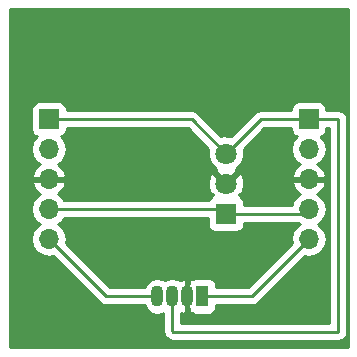
<source format=gbr>
G04 #@! TF.FileFunction,Copper,L2,Bot,Signal*
%FSLAX46Y46*%
G04 Gerber Fmt 4.6, Leading zero omitted, Abs format (unit mm)*
G04 Created by KiCad (PCBNEW 4.0.6-e0-6349~52~ubuntu17.04.1) date Tue Apr 18 18:47:06 2017*
%MOMM*%
%LPD*%
G01*
G04 APERTURE LIST*
%ADD10C,0.100000*%
%ADD11R,1.700000X1.700000*%
%ADD12O,1.700000X1.700000*%
%ADD13R,1.070000X1.800000*%
%ADD14O,1.070000X1.800000*%
%ADD15R,1.800000X1.800000*%
%ADD16C,1.800000*%
%ADD17C,0.250000*%
%ADD18C,0.254000*%
G04 APERTURE END LIST*
D10*
D11*
X94000000Y-80000000D03*
D12*
X94000000Y-82540000D03*
X94000000Y-85080000D03*
X94000000Y-87620000D03*
X94000000Y-90160000D03*
D13*
X107000000Y-95000000D03*
D14*
X105730000Y-95000000D03*
X104460000Y-95000000D03*
X103190000Y-95000000D03*
D11*
X116000000Y-80000000D03*
D12*
X116000000Y-82540000D03*
X116000000Y-85080000D03*
X116000000Y-87620000D03*
X116000000Y-90160000D03*
D15*
X109000000Y-88000000D03*
D16*
X109000000Y-85460000D03*
X109000000Y-82920000D03*
D17*
X104460000Y-95000000D02*
X104460000Y-97960000D01*
X118500000Y-80000000D02*
X116000000Y-80000000D01*
X118500000Y-98000000D02*
X118500000Y-80000000D01*
X104500000Y-98000000D02*
X118500000Y-98000000D01*
X104460000Y-97960000D02*
X104500000Y-98000000D01*
X116000000Y-80000000D02*
X111920000Y-80000000D01*
X111920000Y-80000000D02*
X109000000Y-82920000D01*
X94000000Y-80000000D02*
X106080000Y-80000000D01*
X106080000Y-80000000D02*
X109000000Y-82920000D01*
X109000000Y-88000000D02*
X115620000Y-88000000D01*
X115620000Y-88000000D02*
X116000000Y-87620000D01*
X94000000Y-87620000D02*
X108620000Y-87620000D01*
X108620000Y-87620000D02*
X109000000Y-88000000D01*
X103190000Y-95000000D02*
X98840000Y-95000000D01*
X98840000Y-95000000D02*
X94000000Y-90160000D01*
X107000000Y-95000000D02*
X111160000Y-95000000D01*
X111160000Y-95000000D02*
X116000000Y-90160000D01*
D18*
G36*
X119290000Y-99290000D02*
X90710000Y-99290000D01*
X90710000Y-82540000D01*
X92485907Y-82540000D01*
X92598946Y-83108285D01*
X92920853Y-83590054D01*
X93261553Y-83817702D01*
X93118642Y-83884817D01*
X92728355Y-84313076D01*
X92558524Y-84723110D01*
X92679845Y-84953000D01*
X93873000Y-84953000D01*
X93873000Y-84933000D01*
X94127000Y-84933000D01*
X94127000Y-84953000D01*
X95320155Y-84953000D01*
X95441476Y-84723110D01*
X95271645Y-84313076D01*
X94881358Y-83884817D01*
X94738447Y-83817702D01*
X95079147Y-83590054D01*
X95401054Y-83108285D01*
X95514093Y-82540000D01*
X95401054Y-81971715D01*
X95079147Y-81489946D01*
X95037548Y-81462150D01*
X95085317Y-81453162D01*
X95301441Y-81314090D01*
X95446431Y-81101890D01*
X95497440Y-80850000D01*
X95497440Y-80760000D01*
X105765198Y-80760000D01*
X107510234Y-82505036D01*
X107465267Y-82613330D01*
X107464735Y-83223991D01*
X107697932Y-83788371D01*
X108129357Y-84220551D01*
X108150194Y-84229203D01*
X108099446Y-84379841D01*
X109000000Y-85280395D01*
X109900554Y-84379841D01*
X109849965Y-84229673D01*
X109868371Y-84222068D01*
X110300551Y-83790643D01*
X110534733Y-83226670D01*
X110535265Y-82616009D01*
X110489515Y-82505287D01*
X112234802Y-80760000D01*
X114502560Y-80760000D01*
X114502560Y-80850000D01*
X114546838Y-81085317D01*
X114685910Y-81301441D01*
X114898110Y-81446431D01*
X114965541Y-81460086D01*
X114920853Y-81489946D01*
X114598946Y-81971715D01*
X114485907Y-82540000D01*
X114598946Y-83108285D01*
X114920853Y-83590054D01*
X115261553Y-83817702D01*
X115118642Y-83884817D01*
X114728355Y-84313076D01*
X114558524Y-84723110D01*
X114679845Y-84953000D01*
X115873000Y-84953000D01*
X115873000Y-84933000D01*
X116127000Y-84933000D01*
X116127000Y-84953000D01*
X117320155Y-84953000D01*
X117441476Y-84723110D01*
X117271645Y-84313076D01*
X116881358Y-83884817D01*
X116738447Y-83817702D01*
X117079147Y-83590054D01*
X117401054Y-83108285D01*
X117514093Y-82540000D01*
X117401054Y-81971715D01*
X117079147Y-81489946D01*
X117037548Y-81462150D01*
X117085317Y-81453162D01*
X117301441Y-81314090D01*
X117446431Y-81101890D01*
X117497440Y-80850000D01*
X117497440Y-80760000D01*
X117740000Y-80760000D01*
X117740000Y-97240000D01*
X105220000Y-97240000D01*
X105220000Y-96394137D01*
X105422617Y-96493900D01*
X105603000Y-96368244D01*
X105603000Y-95530810D01*
X105630000Y-95395072D01*
X105630000Y-94604928D01*
X105603000Y-94469190D01*
X105603000Y-93631756D01*
X105422617Y-93506100D01*
X105110766Y-93659646D01*
X104907740Y-93523989D01*
X104460000Y-93434928D01*
X104012260Y-93523989D01*
X103825000Y-93649112D01*
X103637740Y-93523989D01*
X103190000Y-93434928D01*
X102742260Y-93523989D01*
X102362685Y-93777613D01*
X102109061Y-94157188D01*
X102092589Y-94240000D01*
X99154802Y-94240000D01*
X95441210Y-90526408D01*
X95514093Y-90160000D01*
X95401054Y-89591715D01*
X95079147Y-89109946D01*
X94749974Y-88890000D01*
X95079147Y-88670054D01*
X95272954Y-88380000D01*
X107452560Y-88380000D01*
X107452560Y-88900000D01*
X107496838Y-89135317D01*
X107635910Y-89351441D01*
X107848110Y-89496431D01*
X108100000Y-89547440D01*
X109900000Y-89547440D01*
X110135317Y-89503162D01*
X110351441Y-89364090D01*
X110496431Y-89151890D01*
X110547440Y-88900000D01*
X110547440Y-88760000D01*
X115055467Y-88760000D01*
X115250026Y-88890000D01*
X114920853Y-89109946D01*
X114598946Y-89591715D01*
X114485907Y-90160000D01*
X114558790Y-90526408D01*
X110845198Y-94240000D01*
X108182440Y-94240000D01*
X108182440Y-94100000D01*
X108138162Y-93864683D01*
X107999090Y-93648559D01*
X107786890Y-93503569D01*
X107535000Y-93452560D01*
X106465000Y-93452560D01*
X106229683Y-93496838D01*
X106138170Y-93555725D01*
X106037383Y-93506100D01*
X105857000Y-93631756D01*
X105857000Y-93905239D01*
X105817560Y-94100000D01*
X105817560Y-95900000D01*
X105857000Y-96109605D01*
X105857000Y-96368244D01*
X106037383Y-96493900D01*
X106137361Y-96444674D01*
X106213110Y-96496431D01*
X106465000Y-96547440D01*
X107535000Y-96547440D01*
X107770317Y-96503162D01*
X107986441Y-96364090D01*
X108131431Y-96151890D01*
X108182440Y-95900000D01*
X108182440Y-95760000D01*
X111160000Y-95760000D01*
X111450839Y-95702148D01*
X111697401Y-95537401D01*
X115653031Y-91581771D01*
X115970907Y-91645000D01*
X116029093Y-91645000D01*
X116597378Y-91531961D01*
X117079147Y-91210054D01*
X117401054Y-90728285D01*
X117514093Y-90160000D01*
X117401054Y-89591715D01*
X117079147Y-89109946D01*
X116749974Y-88890000D01*
X117079147Y-88670054D01*
X117401054Y-88188285D01*
X117514093Y-87620000D01*
X117401054Y-87051715D01*
X117079147Y-86569946D01*
X116738447Y-86342298D01*
X116881358Y-86275183D01*
X117271645Y-85846924D01*
X117441476Y-85436890D01*
X117320155Y-85207000D01*
X116127000Y-85207000D01*
X116127000Y-85227000D01*
X115873000Y-85227000D01*
X115873000Y-85207000D01*
X114679845Y-85207000D01*
X114558524Y-85436890D01*
X114728355Y-85846924D01*
X115118642Y-86275183D01*
X115261553Y-86342298D01*
X114920853Y-86569946D01*
X114598946Y-87051715D01*
X114561494Y-87240000D01*
X110547440Y-87240000D01*
X110547440Y-87100000D01*
X110503162Y-86864683D01*
X110364090Y-86648559D01*
X110160426Y-86509402D01*
X110194718Y-86475110D01*
X110080161Y-86360553D01*
X110336643Y-86274148D01*
X110546458Y-85700664D01*
X110520839Y-85090540D01*
X110336643Y-84645852D01*
X110080159Y-84559446D01*
X109179605Y-85460000D01*
X109193748Y-85474143D01*
X109014143Y-85653748D01*
X109000000Y-85639605D01*
X108985858Y-85653748D01*
X108806253Y-85474143D01*
X108820395Y-85460000D01*
X107919841Y-84559446D01*
X107663357Y-84645852D01*
X107453542Y-85219336D01*
X107479161Y-85829460D01*
X107663357Y-86274148D01*
X107919839Y-86360553D01*
X107805282Y-86475110D01*
X107841760Y-86511588D01*
X107648559Y-86635910D01*
X107503569Y-86848110D01*
X107501161Y-86860000D01*
X95272954Y-86860000D01*
X95079147Y-86569946D01*
X94738447Y-86342298D01*
X94881358Y-86275183D01*
X95271645Y-85846924D01*
X95441476Y-85436890D01*
X95320155Y-85207000D01*
X94127000Y-85207000D01*
X94127000Y-85227000D01*
X93873000Y-85227000D01*
X93873000Y-85207000D01*
X92679845Y-85207000D01*
X92558524Y-85436890D01*
X92728355Y-85846924D01*
X93118642Y-86275183D01*
X93261553Y-86342298D01*
X92920853Y-86569946D01*
X92598946Y-87051715D01*
X92485907Y-87620000D01*
X92598946Y-88188285D01*
X92920853Y-88670054D01*
X93250026Y-88890000D01*
X92920853Y-89109946D01*
X92598946Y-89591715D01*
X92485907Y-90160000D01*
X92598946Y-90728285D01*
X92920853Y-91210054D01*
X93402622Y-91531961D01*
X93970907Y-91645000D01*
X94029093Y-91645000D01*
X94346969Y-91581771D01*
X98302599Y-95537401D01*
X98549161Y-95702148D01*
X98840000Y-95760000D01*
X102092589Y-95760000D01*
X102109061Y-95842812D01*
X102362685Y-96222387D01*
X102742260Y-96476011D01*
X103190000Y-96565072D01*
X103637740Y-96476011D01*
X103700000Y-96434410D01*
X103700000Y-97960000D01*
X103757852Y-98250839D01*
X103922599Y-98497401D01*
X103962599Y-98537401D01*
X104209161Y-98702148D01*
X104500000Y-98760000D01*
X118500000Y-98760000D01*
X118790839Y-98702148D01*
X119037401Y-98537401D01*
X119202148Y-98290839D01*
X119260000Y-98000000D01*
X119260000Y-80000000D01*
X119202148Y-79709161D01*
X119037401Y-79462599D01*
X118790839Y-79297852D01*
X118500000Y-79240000D01*
X117497440Y-79240000D01*
X117497440Y-79150000D01*
X117453162Y-78914683D01*
X117314090Y-78698559D01*
X117101890Y-78553569D01*
X116850000Y-78502560D01*
X115150000Y-78502560D01*
X114914683Y-78546838D01*
X114698559Y-78685910D01*
X114553569Y-78898110D01*
X114502560Y-79150000D01*
X114502560Y-79240000D01*
X111920000Y-79240000D01*
X111629161Y-79297852D01*
X111382599Y-79462599D01*
X109414964Y-81430234D01*
X109306670Y-81385267D01*
X108696009Y-81384735D01*
X108585287Y-81430485D01*
X106617401Y-79462599D01*
X106370839Y-79297852D01*
X106080000Y-79240000D01*
X95497440Y-79240000D01*
X95497440Y-79150000D01*
X95453162Y-78914683D01*
X95314090Y-78698559D01*
X95101890Y-78553569D01*
X94850000Y-78502560D01*
X93150000Y-78502560D01*
X92914683Y-78546838D01*
X92698559Y-78685910D01*
X92553569Y-78898110D01*
X92502560Y-79150000D01*
X92502560Y-80850000D01*
X92546838Y-81085317D01*
X92685910Y-81301441D01*
X92898110Y-81446431D01*
X92965541Y-81460086D01*
X92920853Y-81489946D01*
X92598946Y-81971715D01*
X92485907Y-82540000D01*
X90710000Y-82540000D01*
X90710000Y-70710000D01*
X119290000Y-70710000D01*
X119290000Y-99290000D01*
X119290000Y-99290000D01*
G37*
X119290000Y-99290000D02*
X90710000Y-99290000D01*
X90710000Y-82540000D01*
X92485907Y-82540000D01*
X92598946Y-83108285D01*
X92920853Y-83590054D01*
X93261553Y-83817702D01*
X93118642Y-83884817D01*
X92728355Y-84313076D01*
X92558524Y-84723110D01*
X92679845Y-84953000D01*
X93873000Y-84953000D01*
X93873000Y-84933000D01*
X94127000Y-84933000D01*
X94127000Y-84953000D01*
X95320155Y-84953000D01*
X95441476Y-84723110D01*
X95271645Y-84313076D01*
X94881358Y-83884817D01*
X94738447Y-83817702D01*
X95079147Y-83590054D01*
X95401054Y-83108285D01*
X95514093Y-82540000D01*
X95401054Y-81971715D01*
X95079147Y-81489946D01*
X95037548Y-81462150D01*
X95085317Y-81453162D01*
X95301441Y-81314090D01*
X95446431Y-81101890D01*
X95497440Y-80850000D01*
X95497440Y-80760000D01*
X105765198Y-80760000D01*
X107510234Y-82505036D01*
X107465267Y-82613330D01*
X107464735Y-83223991D01*
X107697932Y-83788371D01*
X108129357Y-84220551D01*
X108150194Y-84229203D01*
X108099446Y-84379841D01*
X109000000Y-85280395D01*
X109900554Y-84379841D01*
X109849965Y-84229673D01*
X109868371Y-84222068D01*
X110300551Y-83790643D01*
X110534733Y-83226670D01*
X110535265Y-82616009D01*
X110489515Y-82505287D01*
X112234802Y-80760000D01*
X114502560Y-80760000D01*
X114502560Y-80850000D01*
X114546838Y-81085317D01*
X114685910Y-81301441D01*
X114898110Y-81446431D01*
X114965541Y-81460086D01*
X114920853Y-81489946D01*
X114598946Y-81971715D01*
X114485907Y-82540000D01*
X114598946Y-83108285D01*
X114920853Y-83590054D01*
X115261553Y-83817702D01*
X115118642Y-83884817D01*
X114728355Y-84313076D01*
X114558524Y-84723110D01*
X114679845Y-84953000D01*
X115873000Y-84953000D01*
X115873000Y-84933000D01*
X116127000Y-84933000D01*
X116127000Y-84953000D01*
X117320155Y-84953000D01*
X117441476Y-84723110D01*
X117271645Y-84313076D01*
X116881358Y-83884817D01*
X116738447Y-83817702D01*
X117079147Y-83590054D01*
X117401054Y-83108285D01*
X117514093Y-82540000D01*
X117401054Y-81971715D01*
X117079147Y-81489946D01*
X117037548Y-81462150D01*
X117085317Y-81453162D01*
X117301441Y-81314090D01*
X117446431Y-81101890D01*
X117497440Y-80850000D01*
X117497440Y-80760000D01*
X117740000Y-80760000D01*
X117740000Y-97240000D01*
X105220000Y-97240000D01*
X105220000Y-96394137D01*
X105422617Y-96493900D01*
X105603000Y-96368244D01*
X105603000Y-95530810D01*
X105630000Y-95395072D01*
X105630000Y-94604928D01*
X105603000Y-94469190D01*
X105603000Y-93631756D01*
X105422617Y-93506100D01*
X105110766Y-93659646D01*
X104907740Y-93523989D01*
X104460000Y-93434928D01*
X104012260Y-93523989D01*
X103825000Y-93649112D01*
X103637740Y-93523989D01*
X103190000Y-93434928D01*
X102742260Y-93523989D01*
X102362685Y-93777613D01*
X102109061Y-94157188D01*
X102092589Y-94240000D01*
X99154802Y-94240000D01*
X95441210Y-90526408D01*
X95514093Y-90160000D01*
X95401054Y-89591715D01*
X95079147Y-89109946D01*
X94749974Y-88890000D01*
X95079147Y-88670054D01*
X95272954Y-88380000D01*
X107452560Y-88380000D01*
X107452560Y-88900000D01*
X107496838Y-89135317D01*
X107635910Y-89351441D01*
X107848110Y-89496431D01*
X108100000Y-89547440D01*
X109900000Y-89547440D01*
X110135317Y-89503162D01*
X110351441Y-89364090D01*
X110496431Y-89151890D01*
X110547440Y-88900000D01*
X110547440Y-88760000D01*
X115055467Y-88760000D01*
X115250026Y-88890000D01*
X114920853Y-89109946D01*
X114598946Y-89591715D01*
X114485907Y-90160000D01*
X114558790Y-90526408D01*
X110845198Y-94240000D01*
X108182440Y-94240000D01*
X108182440Y-94100000D01*
X108138162Y-93864683D01*
X107999090Y-93648559D01*
X107786890Y-93503569D01*
X107535000Y-93452560D01*
X106465000Y-93452560D01*
X106229683Y-93496838D01*
X106138170Y-93555725D01*
X106037383Y-93506100D01*
X105857000Y-93631756D01*
X105857000Y-93905239D01*
X105817560Y-94100000D01*
X105817560Y-95900000D01*
X105857000Y-96109605D01*
X105857000Y-96368244D01*
X106037383Y-96493900D01*
X106137361Y-96444674D01*
X106213110Y-96496431D01*
X106465000Y-96547440D01*
X107535000Y-96547440D01*
X107770317Y-96503162D01*
X107986441Y-96364090D01*
X108131431Y-96151890D01*
X108182440Y-95900000D01*
X108182440Y-95760000D01*
X111160000Y-95760000D01*
X111450839Y-95702148D01*
X111697401Y-95537401D01*
X115653031Y-91581771D01*
X115970907Y-91645000D01*
X116029093Y-91645000D01*
X116597378Y-91531961D01*
X117079147Y-91210054D01*
X117401054Y-90728285D01*
X117514093Y-90160000D01*
X117401054Y-89591715D01*
X117079147Y-89109946D01*
X116749974Y-88890000D01*
X117079147Y-88670054D01*
X117401054Y-88188285D01*
X117514093Y-87620000D01*
X117401054Y-87051715D01*
X117079147Y-86569946D01*
X116738447Y-86342298D01*
X116881358Y-86275183D01*
X117271645Y-85846924D01*
X117441476Y-85436890D01*
X117320155Y-85207000D01*
X116127000Y-85207000D01*
X116127000Y-85227000D01*
X115873000Y-85227000D01*
X115873000Y-85207000D01*
X114679845Y-85207000D01*
X114558524Y-85436890D01*
X114728355Y-85846924D01*
X115118642Y-86275183D01*
X115261553Y-86342298D01*
X114920853Y-86569946D01*
X114598946Y-87051715D01*
X114561494Y-87240000D01*
X110547440Y-87240000D01*
X110547440Y-87100000D01*
X110503162Y-86864683D01*
X110364090Y-86648559D01*
X110160426Y-86509402D01*
X110194718Y-86475110D01*
X110080161Y-86360553D01*
X110336643Y-86274148D01*
X110546458Y-85700664D01*
X110520839Y-85090540D01*
X110336643Y-84645852D01*
X110080159Y-84559446D01*
X109179605Y-85460000D01*
X109193748Y-85474143D01*
X109014143Y-85653748D01*
X109000000Y-85639605D01*
X108985858Y-85653748D01*
X108806253Y-85474143D01*
X108820395Y-85460000D01*
X107919841Y-84559446D01*
X107663357Y-84645852D01*
X107453542Y-85219336D01*
X107479161Y-85829460D01*
X107663357Y-86274148D01*
X107919839Y-86360553D01*
X107805282Y-86475110D01*
X107841760Y-86511588D01*
X107648559Y-86635910D01*
X107503569Y-86848110D01*
X107501161Y-86860000D01*
X95272954Y-86860000D01*
X95079147Y-86569946D01*
X94738447Y-86342298D01*
X94881358Y-86275183D01*
X95271645Y-85846924D01*
X95441476Y-85436890D01*
X95320155Y-85207000D01*
X94127000Y-85207000D01*
X94127000Y-85227000D01*
X93873000Y-85227000D01*
X93873000Y-85207000D01*
X92679845Y-85207000D01*
X92558524Y-85436890D01*
X92728355Y-85846924D01*
X93118642Y-86275183D01*
X93261553Y-86342298D01*
X92920853Y-86569946D01*
X92598946Y-87051715D01*
X92485907Y-87620000D01*
X92598946Y-88188285D01*
X92920853Y-88670054D01*
X93250026Y-88890000D01*
X92920853Y-89109946D01*
X92598946Y-89591715D01*
X92485907Y-90160000D01*
X92598946Y-90728285D01*
X92920853Y-91210054D01*
X93402622Y-91531961D01*
X93970907Y-91645000D01*
X94029093Y-91645000D01*
X94346969Y-91581771D01*
X98302599Y-95537401D01*
X98549161Y-95702148D01*
X98840000Y-95760000D01*
X102092589Y-95760000D01*
X102109061Y-95842812D01*
X102362685Y-96222387D01*
X102742260Y-96476011D01*
X103190000Y-96565072D01*
X103637740Y-96476011D01*
X103700000Y-96434410D01*
X103700000Y-97960000D01*
X103757852Y-98250839D01*
X103922599Y-98497401D01*
X103962599Y-98537401D01*
X104209161Y-98702148D01*
X104500000Y-98760000D01*
X118500000Y-98760000D01*
X118790839Y-98702148D01*
X119037401Y-98537401D01*
X119202148Y-98290839D01*
X119260000Y-98000000D01*
X119260000Y-80000000D01*
X119202148Y-79709161D01*
X119037401Y-79462599D01*
X118790839Y-79297852D01*
X118500000Y-79240000D01*
X117497440Y-79240000D01*
X117497440Y-79150000D01*
X117453162Y-78914683D01*
X117314090Y-78698559D01*
X117101890Y-78553569D01*
X116850000Y-78502560D01*
X115150000Y-78502560D01*
X114914683Y-78546838D01*
X114698559Y-78685910D01*
X114553569Y-78898110D01*
X114502560Y-79150000D01*
X114502560Y-79240000D01*
X111920000Y-79240000D01*
X111629161Y-79297852D01*
X111382599Y-79462599D01*
X109414964Y-81430234D01*
X109306670Y-81385267D01*
X108696009Y-81384735D01*
X108585287Y-81430485D01*
X106617401Y-79462599D01*
X106370839Y-79297852D01*
X106080000Y-79240000D01*
X95497440Y-79240000D01*
X95497440Y-79150000D01*
X95453162Y-78914683D01*
X95314090Y-78698559D01*
X95101890Y-78553569D01*
X94850000Y-78502560D01*
X93150000Y-78502560D01*
X92914683Y-78546838D01*
X92698559Y-78685910D01*
X92553569Y-78898110D01*
X92502560Y-79150000D01*
X92502560Y-80850000D01*
X92546838Y-81085317D01*
X92685910Y-81301441D01*
X92898110Y-81446431D01*
X92965541Y-81460086D01*
X92920853Y-81489946D01*
X92598946Y-81971715D01*
X92485907Y-82540000D01*
X90710000Y-82540000D01*
X90710000Y-70710000D01*
X119290000Y-70710000D01*
X119290000Y-99290000D01*
M02*

</source>
